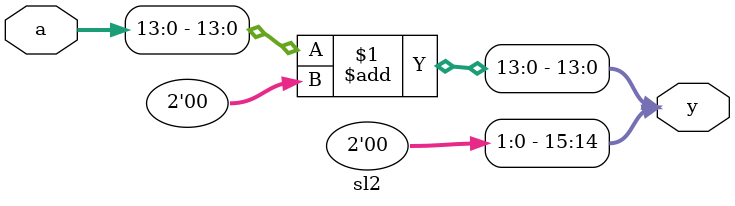
<source format=v>
module sl2(//shift left 2bit
				input [15:0] a,
				output [15:0] y) ;
				
assign y = {a[13:0]+2'b00};
endmodule
</source>
